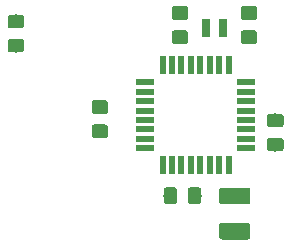
<source format=gbr>
G04 #@! TF.GenerationSoftware,KiCad,Pcbnew,(5.1.4)-1*
G04 #@! TF.CreationDate,2020-03-11T00:03:17-04:00*
G04 #@! TF.ProjectId,Psyduck,50737964-7563-46b2-9e6b-696361645f70,rev?*
G04 #@! TF.SameCoordinates,Original*
G04 #@! TF.FileFunction,Paste,Top*
G04 #@! TF.FilePolarity,Positive*
%FSLAX46Y46*%
G04 Gerber Fmt 4.6, Leading zero omitted, Abs format (unit mm)*
G04 Created by KiCad (PCBNEW (5.1.4)-1) date 2020-03-11 00:03:17*
%MOMM*%
%LPD*%
G04 APERTURE LIST*
%ADD10R,0.800000X1.500000*%
%ADD11R,0.550000X1.600000*%
%ADD12R,1.600000X0.550000*%
%ADD13C,0.100000*%
%ADD14C,1.425000*%
%ADD15C,1.150000*%
G04 APERTURE END LIST*
D10*
X37122800Y-17449800D03*
X35622800Y-17449800D03*
D11*
X37579000Y-29074000D03*
X36779000Y-29074000D03*
X35979000Y-29074000D03*
X35179000Y-29074000D03*
X34379000Y-29074000D03*
X33579000Y-29074000D03*
X32779000Y-29074000D03*
X31979000Y-29074000D03*
D12*
X30529000Y-27624000D03*
X30529000Y-26824000D03*
X30529000Y-26024000D03*
X30529000Y-25224000D03*
X30529000Y-24424000D03*
X30529000Y-23624000D03*
X30529000Y-22824000D03*
X30529000Y-22024000D03*
D11*
X31979000Y-20574000D03*
X32779000Y-20574000D03*
X33579000Y-20574000D03*
X34379000Y-20574000D03*
X35179000Y-20574000D03*
X35979000Y-20574000D03*
X36779000Y-20574000D03*
X37579000Y-20574000D03*
D12*
X39029000Y-22024000D03*
X39029000Y-22824000D03*
X39029000Y-23624000D03*
X39029000Y-24424000D03*
X39029000Y-25224000D03*
X39029000Y-26024000D03*
X39029000Y-26824000D03*
X39029000Y-27624000D03*
D13*
G36*
X39199504Y-33923204D02*
G01*
X39223773Y-33926804D01*
X39247571Y-33932765D01*
X39270671Y-33941030D01*
X39292849Y-33951520D01*
X39313893Y-33964133D01*
X39333598Y-33978747D01*
X39351777Y-33995223D01*
X39368253Y-34013402D01*
X39382867Y-34033107D01*
X39395480Y-34054151D01*
X39405970Y-34076329D01*
X39414235Y-34099429D01*
X39420196Y-34123227D01*
X39423796Y-34147496D01*
X39425000Y-34172000D01*
X39425000Y-35097000D01*
X39423796Y-35121504D01*
X39420196Y-35145773D01*
X39414235Y-35169571D01*
X39405970Y-35192671D01*
X39395480Y-35214849D01*
X39382867Y-35235893D01*
X39368253Y-35255598D01*
X39351777Y-35273777D01*
X39333598Y-35290253D01*
X39313893Y-35304867D01*
X39292849Y-35317480D01*
X39270671Y-35327970D01*
X39247571Y-35336235D01*
X39223773Y-35342196D01*
X39199504Y-35345796D01*
X39175000Y-35347000D01*
X37025000Y-35347000D01*
X37000496Y-35345796D01*
X36976227Y-35342196D01*
X36952429Y-35336235D01*
X36929329Y-35327970D01*
X36907151Y-35317480D01*
X36886107Y-35304867D01*
X36866402Y-35290253D01*
X36848223Y-35273777D01*
X36831747Y-35255598D01*
X36817133Y-35235893D01*
X36804520Y-35214849D01*
X36794030Y-35192671D01*
X36785765Y-35169571D01*
X36779804Y-35145773D01*
X36776204Y-35121504D01*
X36775000Y-35097000D01*
X36775000Y-34172000D01*
X36776204Y-34147496D01*
X36779804Y-34123227D01*
X36785765Y-34099429D01*
X36794030Y-34076329D01*
X36804520Y-34054151D01*
X36817133Y-34033107D01*
X36831747Y-34013402D01*
X36848223Y-33995223D01*
X36866402Y-33978747D01*
X36886107Y-33964133D01*
X36907151Y-33951520D01*
X36929329Y-33941030D01*
X36952429Y-33932765D01*
X36976227Y-33926804D01*
X37000496Y-33923204D01*
X37025000Y-33922000D01*
X39175000Y-33922000D01*
X39199504Y-33923204D01*
X39199504Y-33923204D01*
G37*
D14*
X38100000Y-34634500D03*
D13*
G36*
X39199504Y-30948204D02*
G01*
X39223773Y-30951804D01*
X39247571Y-30957765D01*
X39270671Y-30966030D01*
X39292849Y-30976520D01*
X39313893Y-30989133D01*
X39333598Y-31003747D01*
X39351777Y-31020223D01*
X39368253Y-31038402D01*
X39382867Y-31058107D01*
X39395480Y-31079151D01*
X39405970Y-31101329D01*
X39414235Y-31124429D01*
X39420196Y-31148227D01*
X39423796Y-31172496D01*
X39425000Y-31197000D01*
X39425000Y-32122000D01*
X39423796Y-32146504D01*
X39420196Y-32170773D01*
X39414235Y-32194571D01*
X39405970Y-32217671D01*
X39395480Y-32239849D01*
X39382867Y-32260893D01*
X39368253Y-32280598D01*
X39351777Y-32298777D01*
X39333598Y-32315253D01*
X39313893Y-32329867D01*
X39292849Y-32342480D01*
X39270671Y-32352970D01*
X39247571Y-32361235D01*
X39223773Y-32367196D01*
X39199504Y-32370796D01*
X39175000Y-32372000D01*
X37025000Y-32372000D01*
X37000496Y-32370796D01*
X36976227Y-32367196D01*
X36952429Y-32361235D01*
X36929329Y-32352970D01*
X36907151Y-32342480D01*
X36886107Y-32329867D01*
X36866402Y-32315253D01*
X36848223Y-32298777D01*
X36831747Y-32280598D01*
X36817133Y-32260893D01*
X36804520Y-32239849D01*
X36794030Y-32217671D01*
X36785765Y-32194571D01*
X36779804Y-32170773D01*
X36776204Y-32146504D01*
X36775000Y-32122000D01*
X36775000Y-31197000D01*
X36776204Y-31172496D01*
X36779804Y-31148227D01*
X36785765Y-31124429D01*
X36794030Y-31101329D01*
X36804520Y-31079151D01*
X36817133Y-31058107D01*
X36831747Y-31038402D01*
X36848223Y-31020223D01*
X36866402Y-31003747D01*
X36886107Y-30989133D01*
X36907151Y-30976520D01*
X36929329Y-30966030D01*
X36952429Y-30957765D01*
X36976227Y-30951804D01*
X37000496Y-30948204D01*
X37025000Y-30947000D01*
X39175000Y-30947000D01*
X39199504Y-30948204D01*
X39199504Y-30948204D01*
G37*
D14*
X38100000Y-31659500D03*
D13*
G36*
X32988505Y-30924204D02*
G01*
X33012773Y-30927804D01*
X33036572Y-30933765D01*
X33059671Y-30942030D01*
X33081850Y-30952520D01*
X33102893Y-30965132D01*
X33122599Y-30979747D01*
X33140777Y-30996223D01*
X33157253Y-31014401D01*
X33171868Y-31034107D01*
X33184480Y-31055150D01*
X33194970Y-31077329D01*
X33203235Y-31100428D01*
X33209196Y-31124227D01*
X33212796Y-31148495D01*
X33214000Y-31172999D01*
X33214000Y-32073001D01*
X33212796Y-32097505D01*
X33209196Y-32121773D01*
X33203235Y-32145572D01*
X33194970Y-32168671D01*
X33184480Y-32190850D01*
X33171868Y-32211893D01*
X33157253Y-32231599D01*
X33140777Y-32249777D01*
X33122599Y-32266253D01*
X33102893Y-32280868D01*
X33081850Y-32293480D01*
X33059671Y-32303970D01*
X33036572Y-32312235D01*
X33012773Y-32318196D01*
X32988505Y-32321796D01*
X32964001Y-32323000D01*
X32313999Y-32323000D01*
X32289495Y-32321796D01*
X32265227Y-32318196D01*
X32241428Y-32312235D01*
X32218329Y-32303970D01*
X32196150Y-32293480D01*
X32175107Y-32280868D01*
X32155401Y-32266253D01*
X32137223Y-32249777D01*
X32120747Y-32231599D01*
X32106132Y-32211893D01*
X32093520Y-32190850D01*
X32083030Y-32168671D01*
X32074765Y-32145572D01*
X32068804Y-32121773D01*
X32065204Y-32097505D01*
X32064000Y-32073001D01*
X32064000Y-31172999D01*
X32065204Y-31148495D01*
X32068804Y-31124227D01*
X32074765Y-31100428D01*
X32083030Y-31077329D01*
X32093520Y-31055150D01*
X32106132Y-31034107D01*
X32120747Y-31014401D01*
X32137223Y-30996223D01*
X32155401Y-30979747D01*
X32175107Y-30965132D01*
X32196150Y-30952520D01*
X32218329Y-30942030D01*
X32241428Y-30933765D01*
X32265227Y-30927804D01*
X32289495Y-30924204D01*
X32313999Y-30923000D01*
X32964001Y-30923000D01*
X32988505Y-30924204D01*
X32988505Y-30924204D01*
G37*
D15*
X32639000Y-31623000D03*
D13*
G36*
X35038505Y-30924204D02*
G01*
X35062773Y-30927804D01*
X35086572Y-30933765D01*
X35109671Y-30942030D01*
X35131850Y-30952520D01*
X35152893Y-30965132D01*
X35172599Y-30979747D01*
X35190777Y-30996223D01*
X35207253Y-31014401D01*
X35221868Y-31034107D01*
X35234480Y-31055150D01*
X35244970Y-31077329D01*
X35253235Y-31100428D01*
X35259196Y-31124227D01*
X35262796Y-31148495D01*
X35264000Y-31172999D01*
X35264000Y-32073001D01*
X35262796Y-32097505D01*
X35259196Y-32121773D01*
X35253235Y-32145572D01*
X35244970Y-32168671D01*
X35234480Y-32190850D01*
X35221868Y-32211893D01*
X35207253Y-32231599D01*
X35190777Y-32249777D01*
X35172599Y-32266253D01*
X35152893Y-32280868D01*
X35131850Y-32293480D01*
X35109671Y-32303970D01*
X35086572Y-32312235D01*
X35062773Y-32318196D01*
X35038505Y-32321796D01*
X35014001Y-32323000D01*
X34363999Y-32323000D01*
X34339495Y-32321796D01*
X34315227Y-32318196D01*
X34291428Y-32312235D01*
X34268329Y-32303970D01*
X34246150Y-32293480D01*
X34225107Y-32280868D01*
X34205401Y-32266253D01*
X34187223Y-32249777D01*
X34170747Y-32231599D01*
X34156132Y-32211893D01*
X34143520Y-32190850D01*
X34133030Y-32168671D01*
X34124765Y-32145572D01*
X34118804Y-32121773D01*
X34115204Y-32097505D01*
X34114000Y-32073001D01*
X34114000Y-31172999D01*
X34115204Y-31148495D01*
X34118804Y-31124227D01*
X34124765Y-31100428D01*
X34133030Y-31077329D01*
X34143520Y-31055150D01*
X34156132Y-31034107D01*
X34170747Y-31014401D01*
X34187223Y-30996223D01*
X34205401Y-30979747D01*
X34225107Y-30965132D01*
X34246150Y-30952520D01*
X34268329Y-30942030D01*
X34291428Y-30933765D01*
X34315227Y-30927804D01*
X34339495Y-30924204D01*
X34363999Y-30923000D01*
X35014001Y-30923000D01*
X35038505Y-30924204D01*
X35038505Y-30924204D01*
G37*
D15*
X34689000Y-31623000D03*
D13*
G36*
X42003505Y-26740204D02*
G01*
X42027773Y-26743804D01*
X42051572Y-26749765D01*
X42074671Y-26758030D01*
X42096850Y-26768520D01*
X42117893Y-26781132D01*
X42137599Y-26795747D01*
X42155777Y-26812223D01*
X42172253Y-26830401D01*
X42186868Y-26850107D01*
X42199480Y-26871150D01*
X42209970Y-26893329D01*
X42218235Y-26916428D01*
X42224196Y-26940227D01*
X42227796Y-26964495D01*
X42229000Y-26988999D01*
X42229000Y-27639001D01*
X42227796Y-27663505D01*
X42224196Y-27687773D01*
X42218235Y-27711572D01*
X42209970Y-27734671D01*
X42199480Y-27756850D01*
X42186868Y-27777893D01*
X42172253Y-27797599D01*
X42155777Y-27815777D01*
X42137599Y-27832253D01*
X42117893Y-27846868D01*
X42096850Y-27859480D01*
X42074671Y-27869970D01*
X42051572Y-27878235D01*
X42027773Y-27884196D01*
X42003505Y-27887796D01*
X41979001Y-27889000D01*
X41078999Y-27889000D01*
X41054495Y-27887796D01*
X41030227Y-27884196D01*
X41006428Y-27878235D01*
X40983329Y-27869970D01*
X40961150Y-27859480D01*
X40940107Y-27846868D01*
X40920401Y-27832253D01*
X40902223Y-27815777D01*
X40885747Y-27797599D01*
X40871132Y-27777893D01*
X40858520Y-27756850D01*
X40848030Y-27734671D01*
X40839765Y-27711572D01*
X40833804Y-27687773D01*
X40830204Y-27663505D01*
X40829000Y-27639001D01*
X40829000Y-26988999D01*
X40830204Y-26964495D01*
X40833804Y-26940227D01*
X40839765Y-26916428D01*
X40848030Y-26893329D01*
X40858520Y-26871150D01*
X40871132Y-26850107D01*
X40885747Y-26830401D01*
X40902223Y-26812223D01*
X40920401Y-26795747D01*
X40940107Y-26781132D01*
X40961150Y-26768520D01*
X40983329Y-26758030D01*
X41006428Y-26749765D01*
X41030227Y-26743804D01*
X41054495Y-26740204D01*
X41078999Y-26739000D01*
X41979001Y-26739000D01*
X42003505Y-26740204D01*
X42003505Y-26740204D01*
G37*
D15*
X41529000Y-27314000D03*
D13*
G36*
X42003505Y-24690204D02*
G01*
X42027773Y-24693804D01*
X42051572Y-24699765D01*
X42074671Y-24708030D01*
X42096850Y-24718520D01*
X42117893Y-24731132D01*
X42137599Y-24745747D01*
X42155777Y-24762223D01*
X42172253Y-24780401D01*
X42186868Y-24800107D01*
X42199480Y-24821150D01*
X42209970Y-24843329D01*
X42218235Y-24866428D01*
X42224196Y-24890227D01*
X42227796Y-24914495D01*
X42229000Y-24938999D01*
X42229000Y-25589001D01*
X42227796Y-25613505D01*
X42224196Y-25637773D01*
X42218235Y-25661572D01*
X42209970Y-25684671D01*
X42199480Y-25706850D01*
X42186868Y-25727893D01*
X42172253Y-25747599D01*
X42155777Y-25765777D01*
X42137599Y-25782253D01*
X42117893Y-25796868D01*
X42096850Y-25809480D01*
X42074671Y-25819970D01*
X42051572Y-25828235D01*
X42027773Y-25834196D01*
X42003505Y-25837796D01*
X41979001Y-25839000D01*
X41078999Y-25839000D01*
X41054495Y-25837796D01*
X41030227Y-25834196D01*
X41006428Y-25828235D01*
X40983329Y-25819970D01*
X40961150Y-25809480D01*
X40940107Y-25796868D01*
X40920401Y-25782253D01*
X40902223Y-25765777D01*
X40885747Y-25747599D01*
X40871132Y-25727893D01*
X40858520Y-25706850D01*
X40848030Y-25684671D01*
X40839765Y-25661572D01*
X40833804Y-25637773D01*
X40830204Y-25613505D01*
X40829000Y-25589001D01*
X40829000Y-24938999D01*
X40830204Y-24914495D01*
X40833804Y-24890227D01*
X40839765Y-24866428D01*
X40848030Y-24843329D01*
X40858520Y-24821150D01*
X40871132Y-24800107D01*
X40885747Y-24780401D01*
X40902223Y-24762223D01*
X40920401Y-24745747D01*
X40940107Y-24731132D01*
X40961150Y-24718520D01*
X40983329Y-24708030D01*
X41006428Y-24699765D01*
X41030227Y-24693804D01*
X41054495Y-24690204D01*
X41078999Y-24689000D01*
X41979001Y-24689000D01*
X42003505Y-24690204D01*
X42003505Y-24690204D01*
G37*
D15*
X41529000Y-25264000D03*
D13*
G36*
X27144505Y-25606204D02*
G01*
X27168773Y-25609804D01*
X27192572Y-25615765D01*
X27215671Y-25624030D01*
X27237850Y-25634520D01*
X27258893Y-25647132D01*
X27278599Y-25661747D01*
X27296777Y-25678223D01*
X27313253Y-25696401D01*
X27327868Y-25716107D01*
X27340480Y-25737150D01*
X27350970Y-25759329D01*
X27359235Y-25782428D01*
X27365196Y-25806227D01*
X27368796Y-25830495D01*
X27370000Y-25854999D01*
X27370000Y-26505001D01*
X27368796Y-26529505D01*
X27365196Y-26553773D01*
X27359235Y-26577572D01*
X27350970Y-26600671D01*
X27340480Y-26622850D01*
X27327868Y-26643893D01*
X27313253Y-26663599D01*
X27296777Y-26681777D01*
X27278599Y-26698253D01*
X27258893Y-26712868D01*
X27237850Y-26725480D01*
X27215671Y-26735970D01*
X27192572Y-26744235D01*
X27168773Y-26750196D01*
X27144505Y-26753796D01*
X27120001Y-26755000D01*
X26219999Y-26755000D01*
X26195495Y-26753796D01*
X26171227Y-26750196D01*
X26147428Y-26744235D01*
X26124329Y-26735970D01*
X26102150Y-26725480D01*
X26081107Y-26712868D01*
X26061401Y-26698253D01*
X26043223Y-26681777D01*
X26026747Y-26663599D01*
X26012132Y-26643893D01*
X25999520Y-26622850D01*
X25989030Y-26600671D01*
X25980765Y-26577572D01*
X25974804Y-26553773D01*
X25971204Y-26529505D01*
X25970000Y-26505001D01*
X25970000Y-25854999D01*
X25971204Y-25830495D01*
X25974804Y-25806227D01*
X25980765Y-25782428D01*
X25989030Y-25759329D01*
X25999520Y-25737150D01*
X26012132Y-25716107D01*
X26026747Y-25696401D01*
X26043223Y-25678223D01*
X26061401Y-25661747D01*
X26081107Y-25647132D01*
X26102150Y-25634520D01*
X26124329Y-25624030D01*
X26147428Y-25615765D01*
X26171227Y-25609804D01*
X26195495Y-25606204D01*
X26219999Y-25605000D01*
X27120001Y-25605000D01*
X27144505Y-25606204D01*
X27144505Y-25606204D01*
G37*
D15*
X26670000Y-26180000D03*
D13*
G36*
X27144505Y-23556204D02*
G01*
X27168773Y-23559804D01*
X27192572Y-23565765D01*
X27215671Y-23574030D01*
X27237850Y-23584520D01*
X27258893Y-23597132D01*
X27278599Y-23611747D01*
X27296777Y-23628223D01*
X27313253Y-23646401D01*
X27327868Y-23666107D01*
X27340480Y-23687150D01*
X27350970Y-23709329D01*
X27359235Y-23732428D01*
X27365196Y-23756227D01*
X27368796Y-23780495D01*
X27370000Y-23804999D01*
X27370000Y-24455001D01*
X27368796Y-24479505D01*
X27365196Y-24503773D01*
X27359235Y-24527572D01*
X27350970Y-24550671D01*
X27340480Y-24572850D01*
X27327868Y-24593893D01*
X27313253Y-24613599D01*
X27296777Y-24631777D01*
X27278599Y-24648253D01*
X27258893Y-24662868D01*
X27237850Y-24675480D01*
X27215671Y-24685970D01*
X27192572Y-24694235D01*
X27168773Y-24700196D01*
X27144505Y-24703796D01*
X27120001Y-24705000D01*
X26219999Y-24705000D01*
X26195495Y-24703796D01*
X26171227Y-24700196D01*
X26147428Y-24694235D01*
X26124329Y-24685970D01*
X26102150Y-24675480D01*
X26081107Y-24662868D01*
X26061401Y-24648253D01*
X26043223Y-24631777D01*
X26026747Y-24613599D01*
X26012132Y-24593893D01*
X25999520Y-24572850D01*
X25989030Y-24550671D01*
X25980765Y-24527572D01*
X25974804Y-24503773D01*
X25971204Y-24479505D01*
X25970000Y-24455001D01*
X25970000Y-23804999D01*
X25971204Y-23780495D01*
X25974804Y-23756227D01*
X25980765Y-23732428D01*
X25989030Y-23709329D01*
X25999520Y-23687150D01*
X26012132Y-23666107D01*
X26026747Y-23646401D01*
X26043223Y-23628223D01*
X26061401Y-23611747D01*
X26081107Y-23597132D01*
X26102150Y-23584520D01*
X26124329Y-23574030D01*
X26147428Y-23565765D01*
X26171227Y-23559804D01*
X26195495Y-23556204D01*
X26219999Y-23555000D01*
X27120001Y-23555000D01*
X27144505Y-23556204D01*
X27144505Y-23556204D01*
G37*
D15*
X26670000Y-24130000D03*
D13*
G36*
X20032505Y-18358204D02*
G01*
X20056773Y-18361804D01*
X20080572Y-18367765D01*
X20103671Y-18376030D01*
X20125850Y-18386520D01*
X20146893Y-18399132D01*
X20166599Y-18413747D01*
X20184777Y-18430223D01*
X20201253Y-18448401D01*
X20215868Y-18468107D01*
X20228480Y-18489150D01*
X20238970Y-18511329D01*
X20247235Y-18534428D01*
X20253196Y-18558227D01*
X20256796Y-18582495D01*
X20258000Y-18606999D01*
X20258000Y-19257001D01*
X20256796Y-19281505D01*
X20253196Y-19305773D01*
X20247235Y-19329572D01*
X20238970Y-19352671D01*
X20228480Y-19374850D01*
X20215868Y-19395893D01*
X20201253Y-19415599D01*
X20184777Y-19433777D01*
X20166599Y-19450253D01*
X20146893Y-19464868D01*
X20125850Y-19477480D01*
X20103671Y-19487970D01*
X20080572Y-19496235D01*
X20056773Y-19502196D01*
X20032505Y-19505796D01*
X20008001Y-19507000D01*
X19107999Y-19507000D01*
X19083495Y-19505796D01*
X19059227Y-19502196D01*
X19035428Y-19496235D01*
X19012329Y-19487970D01*
X18990150Y-19477480D01*
X18969107Y-19464868D01*
X18949401Y-19450253D01*
X18931223Y-19433777D01*
X18914747Y-19415599D01*
X18900132Y-19395893D01*
X18887520Y-19374850D01*
X18877030Y-19352671D01*
X18868765Y-19329572D01*
X18862804Y-19305773D01*
X18859204Y-19281505D01*
X18858000Y-19257001D01*
X18858000Y-18606999D01*
X18859204Y-18582495D01*
X18862804Y-18558227D01*
X18868765Y-18534428D01*
X18877030Y-18511329D01*
X18887520Y-18489150D01*
X18900132Y-18468107D01*
X18914747Y-18448401D01*
X18931223Y-18430223D01*
X18949401Y-18413747D01*
X18969107Y-18399132D01*
X18990150Y-18386520D01*
X19012329Y-18376030D01*
X19035428Y-18367765D01*
X19059227Y-18361804D01*
X19083495Y-18358204D01*
X19107999Y-18357000D01*
X20008001Y-18357000D01*
X20032505Y-18358204D01*
X20032505Y-18358204D01*
G37*
D15*
X19558000Y-18932000D03*
D13*
G36*
X20032505Y-16308204D02*
G01*
X20056773Y-16311804D01*
X20080572Y-16317765D01*
X20103671Y-16326030D01*
X20125850Y-16336520D01*
X20146893Y-16349132D01*
X20166599Y-16363747D01*
X20184777Y-16380223D01*
X20201253Y-16398401D01*
X20215868Y-16418107D01*
X20228480Y-16439150D01*
X20238970Y-16461329D01*
X20247235Y-16484428D01*
X20253196Y-16508227D01*
X20256796Y-16532495D01*
X20258000Y-16556999D01*
X20258000Y-17207001D01*
X20256796Y-17231505D01*
X20253196Y-17255773D01*
X20247235Y-17279572D01*
X20238970Y-17302671D01*
X20228480Y-17324850D01*
X20215868Y-17345893D01*
X20201253Y-17365599D01*
X20184777Y-17383777D01*
X20166599Y-17400253D01*
X20146893Y-17414868D01*
X20125850Y-17427480D01*
X20103671Y-17437970D01*
X20080572Y-17446235D01*
X20056773Y-17452196D01*
X20032505Y-17455796D01*
X20008001Y-17457000D01*
X19107999Y-17457000D01*
X19083495Y-17455796D01*
X19059227Y-17452196D01*
X19035428Y-17446235D01*
X19012329Y-17437970D01*
X18990150Y-17427480D01*
X18969107Y-17414868D01*
X18949401Y-17400253D01*
X18931223Y-17383777D01*
X18914747Y-17365599D01*
X18900132Y-17345893D01*
X18887520Y-17324850D01*
X18877030Y-17302671D01*
X18868765Y-17279572D01*
X18862804Y-17255773D01*
X18859204Y-17231505D01*
X18858000Y-17207001D01*
X18858000Y-16556999D01*
X18859204Y-16532495D01*
X18862804Y-16508227D01*
X18868765Y-16484428D01*
X18877030Y-16461329D01*
X18887520Y-16439150D01*
X18900132Y-16418107D01*
X18914747Y-16398401D01*
X18931223Y-16380223D01*
X18949401Y-16363747D01*
X18969107Y-16349132D01*
X18990150Y-16336520D01*
X19012329Y-16326030D01*
X19035428Y-16317765D01*
X19059227Y-16311804D01*
X19083495Y-16308204D01*
X19107999Y-16307000D01*
X20008001Y-16307000D01*
X20032505Y-16308204D01*
X20032505Y-16308204D01*
G37*
D15*
X19558000Y-16882000D03*
D13*
G36*
X33926305Y-15588004D02*
G01*
X33950573Y-15591604D01*
X33974372Y-15597565D01*
X33997471Y-15605830D01*
X34019650Y-15616320D01*
X34040693Y-15628932D01*
X34060399Y-15643547D01*
X34078577Y-15660023D01*
X34095053Y-15678201D01*
X34109668Y-15697907D01*
X34122280Y-15718950D01*
X34132770Y-15741129D01*
X34141035Y-15764228D01*
X34146996Y-15788027D01*
X34150596Y-15812295D01*
X34151800Y-15836799D01*
X34151800Y-16486801D01*
X34150596Y-16511305D01*
X34146996Y-16535573D01*
X34141035Y-16559372D01*
X34132770Y-16582471D01*
X34122280Y-16604650D01*
X34109668Y-16625693D01*
X34095053Y-16645399D01*
X34078577Y-16663577D01*
X34060399Y-16680053D01*
X34040693Y-16694668D01*
X34019650Y-16707280D01*
X33997471Y-16717770D01*
X33974372Y-16726035D01*
X33950573Y-16731996D01*
X33926305Y-16735596D01*
X33901801Y-16736800D01*
X33001799Y-16736800D01*
X32977295Y-16735596D01*
X32953027Y-16731996D01*
X32929228Y-16726035D01*
X32906129Y-16717770D01*
X32883950Y-16707280D01*
X32862907Y-16694668D01*
X32843201Y-16680053D01*
X32825023Y-16663577D01*
X32808547Y-16645399D01*
X32793932Y-16625693D01*
X32781320Y-16604650D01*
X32770830Y-16582471D01*
X32762565Y-16559372D01*
X32756604Y-16535573D01*
X32753004Y-16511305D01*
X32751800Y-16486801D01*
X32751800Y-15836799D01*
X32753004Y-15812295D01*
X32756604Y-15788027D01*
X32762565Y-15764228D01*
X32770830Y-15741129D01*
X32781320Y-15718950D01*
X32793932Y-15697907D01*
X32808547Y-15678201D01*
X32825023Y-15660023D01*
X32843201Y-15643547D01*
X32862907Y-15628932D01*
X32883950Y-15616320D01*
X32906129Y-15605830D01*
X32929228Y-15597565D01*
X32953027Y-15591604D01*
X32977295Y-15588004D01*
X33001799Y-15586800D01*
X33901801Y-15586800D01*
X33926305Y-15588004D01*
X33926305Y-15588004D01*
G37*
D15*
X33451800Y-16161800D03*
D13*
G36*
X33926305Y-17638004D02*
G01*
X33950573Y-17641604D01*
X33974372Y-17647565D01*
X33997471Y-17655830D01*
X34019650Y-17666320D01*
X34040693Y-17678932D01*
X34060399Y-17693547D01*
X34078577Y-17710023D01*
X34095053Y-17728201D01*
X34109668Y-17747907D01*
X34122280Y-17768950D01*
X34132770Y-17791129D01*
X34141035Y-17814228D01*
X34146996Y-17838027D01*
X34150596Y-17862295D01*
X34151800Y-17886799D01*
X34151800Y-18536801D01*
X34150596Y-18561305D01*
X34146996Y-18585573D01*
X34141035Y-18609372D01*
X34132770Y-18632471D01*
X34122280Y-18654650D01*
X34109668Y-18675693D01*
X34095053Y-18695399D01*
X34078577Y-18713577D01*
X34060399Y-18730053D01*
X34040693Y-18744668D01*
X34019650Y-18757280D01*
X33997471Y-18767770D01*
X33974372Y-18776035D01*
X33950573Y-18781996D01*
X33926305Y-18785596D01*
X33901801Y-18786800D01*
X33001799Y-18786800D01*
X32977295Y-18785596D01*
X32953027Y-18781996D01*
X32929228Y-18776035D01*
X32906129Y-18767770D01*
X32883950Y-18757280D01*
X32862907Y-18744668D01*
X32843201Y-18730053D01*
X32825023Y-18713577D01*
X32808547Y-18695399D01*
X32793932Y-18675693D01*
X32781320Y-18654650D01*
X32770830Y-18632471D01*
X32762565Y-18609372D01*
X32756604Y-18585573D01*
X32753004Y-18561305D01*
X32751800Y-18536801D01*
X32751800Y-17886799D01*
X32753004Y-17862295D01*
X32756604Y-17838027D01*
X32762565Y-17814228D01*
X32770830Y-17791129D01*
X32781320Y-17768950D01*
X32793932Y-17747907D01*
X32808547Y-17728201D01*
X32825023Y-17710023D01*
X32843201Y-17693547D01*
X32862907Y-17678932D01*
X32883950Y-17666320D01*
X32906129Y-17655830D01*
X32929228Y-17647565D01*
X32953027Y-17641604D01*
X32977295Y-17638004D01*
X33001799Y-17636800D01*
X33901801Y-17636800D01*
X33926305Y-17638004D01*
X33926305Y-17638004D01*
G37*
D15*
X33451800Y-18211800D03*
D13*
G36*
X39768305Y-15588004D02*
G01*
X39792573Y-15591604D01*
X39816372Y-15597565D01*
X39839471Y-15605830D01*
X39861650Y-15616320D01*
X39882693Y-15628932D01*
X39902399Y-15643547D01*
X39920577Y-15660023D01*
X39937053Y-15678201D01*
X39951668Y-15697907D01*
X39964280Y-15718950D01*
X39974770Y-15741129D01*
X39983035Y-15764228D01*
X39988996Y-15788027D01*
X39992596Y-15812295D01*
X39993800Y-15836799D01*
X39993800Y-16486801D01*
X39992596Y-16511305D01*
X39988996Y-16535573D01*
X39983035Y-16559372D01*
X39974770Y-16582471D01*
X39964280Y-16604650D01*
X39951668Y-16625693D01*
X39937053Y-16645399D01*
X39920577Y-16663577D01*
X39902399Y-16680053D01*
X39882693Y-16694668D01*
X39861650Y-16707280D01*
X39839471Y-16717770D01*
X39816372Y-16726035D01*
X39792573Y-16731996D01*
X39768305Y-16735596D01*
X39743801Y-16736800D01*
X38843799Y-16736800D01*
X38819295Y-16735596D01*
X38795027Y-16731996D01*
X38771228Y-16726035D01*
X38748129Y-16717770D01*
X38725950Y-16707280D01*
X38704907Y-16694668D01*
X38685201Y-16680053D01*
X38667023Y-16663577D01*
X38650547Y-16645399D01*
X38635932Y-16625693D01*
X38623320Y-16604650D01*
X38612830Y-16582471D01*
X38604565Y-16559372D01*
X38598604Y-16535573D01*
X38595004Y-16511305D01*
X38593800Y-16486801D01*
X38593800Y-15836799D01*
X38595004Y-15812295D01*
X38598604Y-15788027D01*
X38604565Y-15764228D01*
X38612830Y-15741129D01*
X38623320Y-15718950D01*
X38635932Y-15697907D01*
X38650547Y-15678201D01*
X38667023Y-15660023D01*
X38685201Y-15643547D01*
X38704907Y-15628932D01*
X38725950Y-15616320D01*
X38748129Y-15605830D01*
X38771228Y-15597565D01*
X38795027Y-15591604D01*
X38819295Y-15588004D01*
X38843799Y-15586800D01*
X39743801Y-15586800D01*
X39768305Y-15588004D01*
X39768305Y-15588004D01*
G37*
D15*
X39293800Y-16161800D03*
D13*
G36*
X39768305Y-17638004D02*
G01*
X39792573Y-17641604D01*
X39816372Y-17647565D01*
X39839471Y-17655830D01*
X39861650Y-17666320D01*
X39882693Y-17678932D01*
X39902399Y-17693547D01*
X39920577Y-17710023D01*
X39937053Y-17728201D01*
X39951668Y-17747907D01*
X39964280Y-17768950D01*
X39974770Y-17791129D01*
X39983035Y-17814228D01*
X39988996Y-17838027D01*
X39992596Y-17862295D01*
X39993800Y-17886799D01*
X39993800Y-18536801D01*
X39992596Y-18561305D01*
X39988996Y-18585573D01*
X39983035Y-18609372D01*
X39974770Y-18632471D01*
X39964280Y-18654650D01*
X39951668Y-18675693D01*
X39937053Y-18695399D01*
X39920577Y-18713577D01*
X39902399Y-18730053D01*
X39882693Y-18744668D01*
X39861650Y-18757280D01*
X39839471Y-18767770D01*
X39816372Y-18776035D01*
X39792573Y-18781996D01*
X39768305Y-18785596D01*
X39743801Y-18786800D01*
X38843799Y-18786800D01*
X38819295Y-18785596D01*
X38795027Y-18781996D01*
X38771228Y-18776035D01*
X38748129Y-18767770D01*
X38725950Y-18757280D01*
X38704907Y-18744668D01*
X38685201Y-18730053D01*
X38667023Y-18713577D01*
X38650547Y-18695399D01*
X38635932Y-18675693D01*
X38623320Y-18654650D01*
X38612830Y-18632471D01*
X38604565Y-18609372D01*
X38598604Y-18585573D01*
X38595004Y-18561305D01*
X38593800Y-18536801D01*
X38593800Y-17886799D01*
X38595004Y-17862295D01*
X38598604Y-17838027D01*
X38604565Y-17814228D01*
X38612830Y-17791129D01*
X38623320Y-17768950D01*
X38635932Y-17747907D01*
X38650547Y-17728201D01*
X38667023Y-17710023D01*
X38685201Y-17693547D01*
X38704907Y-17678932D01*
X38725950Y-17666320D01*
X38748129Y-17655830D01*
X38771228Y-17647565D01*
X38795027Y-17641604D01*
X38819295Y-17638004D01*
X38843799Y-17636800D01*
X39743801Y-17636800D01*
X39768305Y-17638004D01*
X39768305Y-17638004D01*
G37*
D15*
X39293800Y-18211800D03*
M02*

</source>
